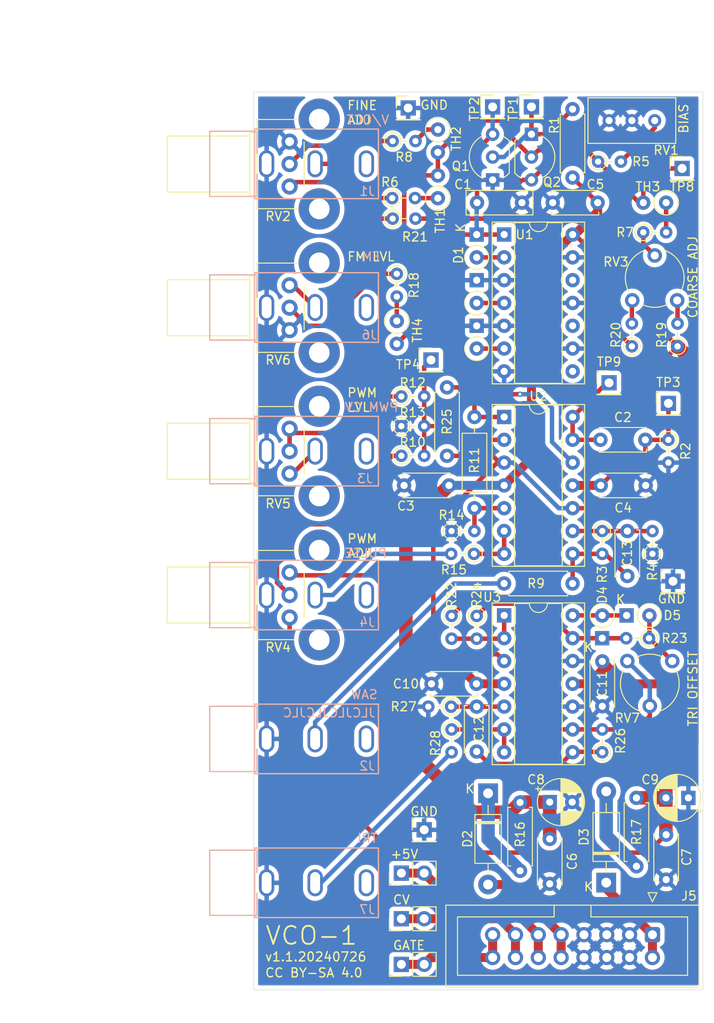
<source format=kicad_pcb>
(kicad_pcb (version 20240108) (generator "pcbnew") (generator_version "8.0")
  (layers (0 "F.Cu" signal) (31 "B.Cu" signal) (34 "B.Paste" user) (35 "F.Paste" user) (36 "B.SilkS" user "B.Silkscreen") (37 "F.SilkS" user "F.Silkscreen") (38 "B.Mask" user) (39 "F.Mask" user) (44 "Edge.Cuts" user))
  (net 0 "")
  (net 1 "GND")
  (net 2 "/OOSC")
  (net 3 "Net-(U2A--)")
  (net 4 "Net-(U2B-+)")
  (net 5 "+12V")
  (net 6 "-12V")
  (net 7 "Net-(C12-Pad1)")
  (net 8 "Net-(D1-A)")
  (net 9 "Net-(D4-A)")
  (net 10 "Net-(D4-K)")
  (net 11 "Net-(D5-A)")
  (net 12 "/CB")
  (net 13 "/VIN")
  (net 14 "Net-(C13-Pad2)")
  (net 15 "Net-(U2B--)")
  (net 16 "Net-(R5-Pad2)")
  (net 17 "Net-(J1-PadT)")
  (net 18 "Net-(R6-Pad2)")
  (net 19 "Net-(R7-Pad2)")
  (net 20 "Net-(R7-Pad1)")
  (net 21 "Net-(R8-Pad1)")
  (net 22 "Net-(R8-Pad2)")
  (net 23 "Net-(J2-PadT)")
  (net 24 "Net-(U2D--)")
  (net 25 "Net-(R10-Pad1)")
  (net 26 "Net-(U2A-+)")
  (net 27 "Net-(R11-Pad1)")
  (net 28 "Net-(R12-Pad1)")
  (net 29 "Net-(U2C--)")
  (net 30 "Net-(J4-PadT)")
  (net 31 "Net-(J6-PadT)")
  (net 32 "Net-(R18-Pad2)")
  (net 33 "Net-(R19-Pad2)")
  (net 34 "Net-(R20-Pad2)")
  (net 35 "Net-(R21-Pad1)")
  (net 36 "Net-(U3A--)")
  (net 37 "Net-(J7-PadT)")
  (net 38 "Net-(R18-Pad1)")
  (net 42 "Net-(J3-PadT)")
  (net 49 "/12V_BUS")
  (net 50 "/-12V_BUS")
  (net 51 "/5V_BUS")
  (net 52 "/GATE_BUS")
  (net 53 "/CV_BUS")
  (net 54 "Net-(D2-K)")
  (net 55 "Net-(D3-A)")
  (net 56 "Net-(U3B-+)")
  (net 57 "Net-(U3B--)")
  (net 58 "Net-(U3C--)")
  (net 59 "Net-(D6-A)")
  (net 60 "Net-(D7-A)")
  (footprint "Capacitor_THT:C_Disc_D5.0mm_W2.5mm_P5.00mm" (layer "F.Cu") (at 194.818 113.458 90)
    (property "Reference" "C12")
    (property "Value" "1u")
  )
  (footprint "Package_DIP:DIP-14_W7.62mm_Socket" (layer "F.Cu") (at 197.876 98.293)
    (property "Reference" "U3")
    (property "Value" "TL074")
  )
  (footprint "Capacitor_THT:C_Disc_D5.0mm_W2.5mm_P5.00mm" (layer "F.Cu") (at 194.788 105.913 180)
    (property "Reference" "C10")
    (property "Value" "100n")
  )
  (footprint "Connector_PinHeader_2.54mm:PinHeader_1x01_P2.54mm_Vertical" (layer "F.Cu") (at 187.198 41.783)
    (property "Reference" "TP5" (hide yes))
    (property "Value" "TestPoint")
  )
  (footprint "Potentiometer_Custom:Potentiometer_Bourns_PTV09A-2_Single_Horizontal_3D" (layer "F.Cu") (at 174 93.525 180)
    (property "Reference" "RV4")
    (property "Value" "100k")
  )
  (footprint "Capacitor_THT:C_Disc_D5.0mm_W2.5mm_P5.00mm" (layer "F.Cu") (at 208.28 52.324 180)
    (property "Reference" "C5")
    (property "Value" "100n")
  )
  (footprint "Connector_PinHeader_2.54mm:PinHeader_1x01_P2.54mm_Vertical" (layer "F.Cu") (at 217.678 48.514)
    (property "Reference" "TP8")
    (property "Value" "TestPoint")
  )
  (footprint "Capacitor_THT:C_Disc_D5.0mm_W2.5mm_P5.00mm" (layer "F.Cu") (at 211.582 88.9 -90)
    (property "Reference" "C13")
    (property "Value" "22p")
  )
  (footprint "Resistor_THT:R_Axial_DIN0207_L6.3mm_D2.5mm_P7.62mm_Horizontal" (layer "F.Cu") (at 212.598 118.618 -90)
    (property "Reference" "R17")
    (property "Value" "10R")
  )
  (footprint "Potentiometer_Custom:Potentiometer_Bourns_PTV09A-2_Single_Horizontal_3D" (layer "F.Cu") (at 174 77.5 180)
    (property "Reference" "RV5")
    (property "Value" "250k")
  )
  (footprint "Diode_THT:D_DO-35_SOD27_P2.54mm_Vertical_KathodeUp" (layer "F.Cu") (at 194.818 55.88 -90)
    (property "Reference" "D1")
    (property "Value" "1N4148")
  )
  (footprint "Potentiometer_THT:Potentiometer_Bourns_3296W_Vertical" (layer "F.Cu") (at 214.63 43.18)
    (property "Reference" "RV1")
    (property "Value" "2k")
  )
  (footprint "Potentiometer_THT:Potentiometer_Piher_PT-6-V_Vertical" (layer "F.Cu") (at 217.13 63.206 90)
    (property "Reference" "RV3")
    (property "Value" "100k")
  )
  (footprint "Resistor_THT:R_Axial_DIN0207_L6.3mm_D2.5mm_P7.62mm_Horizontal" (layer "F.Cu") (at 205.486 49.53 90)
    (property "Reference" "R1")
    (property "Value" "1M")
  )
  (footprint "Connector_IDC:IDC-Header_2x08_P2.54mm_Vertical" (layer "F.Cu") (at 214.376 133.858 -90)
    (property "Reference" "J5")
    (property "Value" "Conn_02x08_Odd_Even")
  )
  (footprint "Capacitor_THT:CP_Radial_D5.0mm_P2.50mm" (layer "F.Cu") (at 218.375113 118.618 180)
    (property "Reference" "C9")
    (property "Value" "47u")
  )
  (footprint "Capacitor_THT:C_Disc_D5.0mm_W2.5mm_P5.00mm" (layer "F.Cu") (at 213.624 83.815 180)
    (property "Reference" "C4")
    (property "Value" "100n")
  )
  (footprint "Resistor_THT:R_Axial_DIN0207_L6.3mm_D2.5mm_P7.62mm_Horizontal" (layer "F.Cu") (at 205.486 94.742 180)
    (property "Reference" "R9")
    (property "Value" "1K")
  )
  (footprint "Connector_PinHeader_2.54mm:PinHeader_1x02_P2.54mm_Vertical" (layer "F.Cu") (at 186.436 137.16 90)
    (property "Reference" "J8" (hide yes))
    (property "Value" "Conn_01x02_Pin")
  )
  (footprint "Resistor_THT:R_Axial_DIN0207_L6.3mm_D2.5mm_P2.54mm_Vertical" (layer "F.Cu") (at 185.928 65.503 -90)
    (property "Reference" "TH4")
    (property "Value" "10k")
  )
  (footprint "Resistor_THT:R_Axial_DIN0204_L3.6mm_D1.6mm_P2.54mm_Vertical" (layer "F.Cu") (at 185.47 45.466)
    (property "Reference" "R8")
    (property "Value" "1M")
  )
  (footprint "Capacitor_THT:C_Disc_D5.0mm_W2.5mm_P5.00mm" (layer "F.Cu") (at 191.74 83.815 180)
    (property "Reference" "C3")
    (property "Value" "100n")
  )
  (footprint "Resistor_THT:R_Axial_DIN0204_L3.6mm_D1.6mm_P2.54mm_Vertical" (layer "F.Cu") (at 186.436 77.211)
    (property "Reference" "R13")
    (property "Value" "14k")
  )
  (footprint "Resistor_THT:R_Axial_DIN0204_L3.6mm_D1.6mm_P2.54mm_Vertical" (layer "F.Cu") (at 192.024 110.998 -90)
    (property "Reference" "R28")
    (property "Value" "1K")
  )
  (footprint "Package_DIP:DIP-14_W7.62mm_Socket" (layer "F.Cu") (at 197.876 55.875)
    (property "Reference" "U1")
    (property "Value" "40106")
  )
  (footprint "Capacitor_THT:CP_Radial_D5.0mm_P2.50mm" (layer "F.Cu") (at 202.946 119.086)
    (property "Reference" "C8")
    (property "Value" "47u")
  )
  (footprint "Diode_THT:D_DO-41_SOD81_P10.16mm_Horizontal" (layer "F.Cu") (at 196.088 118.11 -90)
    (property "Reference" "D2")
    (property "Value" "SB160")
  )
  (footprint "Diode_THT:D_DO-35_SOD27_P2.54mm_Vertical_KathodeUp" (layer "F.Cu") (at 208.788 100.838 90)
    (property "Reference" "D4")
    (property "Value" "1N4148")
  )
  (footprint "Resistor_THT:R_Axial_DIN0204_L3.6mm_D1.6mm_P2.54mm_Vertical" (layer "F.Cu") (at 192.024 88.9)
    (property "Reference" "R14")
    (property "Value" "82k")
  )
  (footprint "Resistor_THT:R_Axial_DIN0204_L3.6mm_D1.6mm_P2.54mm_Vertical" (layer "F.Cu") (at 185.928 60.248 -90)
    (property "Reference" "R18")
    (property "Value" "100k")
  )
  (footprint "Resistor_THT:R_Axial_DIN0204_L3.6mm_D1.6mm_P2.54mm_Vertical" (layer "F.Cu") (at 217.17 68.326 90)
    (property "Reference" "R19")
    (property "Value" "33K")
  )
  (footprint "Diode_THT:D_DO-41_SOD81_P10.16mm_Horizontal" (layer "F.Cu") (at 209.231113 128.056 90)
    (property "Reference" "D3")
    (property "Value" "SB160")
  )
  (footprint "Diode_THT:D_DO-35_SOD27_P2.54mm_Vertical_KathodeUp" (layer "F.Cu") (at 194.818 66.04 -90)
    (property "Reference" "D7" (hide yes))
    (property "Value" "1N4148")
  )
  (footprint "Resistor_THT:R_Axial_DIN0204_L3.6mm_D1.6mm_P2.54mm_Vertical" (layer "F.Cu") (at 212.09 68.326 90)
    (property "Reference" "R20")
    (property "Value" "100K")
  )
  (footprint "Capacitor_THT:C_Disc_D5.0mm_W2.5mm_P5.00mm" (layer "F.Cu") (at 208.798 108.418 90)
    (property "Reference" "C11")
    (property "Value" "100n")
  )
  (footprint "Resistor_THT:R_Axial_DIN0204_L3.6mm_D1.6mm_P2.54mm_Vertical" (layer "F.Cu") (at 194.514 91.44 180)
    (property "Reference" "R15")
    (property "Value" "1K")
  )
  (footprint "Potentiometer_THT:Potentiometer_Piher_PT-6-V_Vertical" (layer "F.Cu") (at 211.582 103.378 -90)
    (property "Reference" "RV7")
    (property "Value" "10k")
  )
  (footprint "Resistor_THT:R_Axial_DIN0204_L3.6mm_D1.6mm_P2.54mm_Vertical" (layer "F.Cu") (at 213.992 100.838 180)
    (property "Reference" "R23")
    (property "Value" "10k")
  )
  (footprint "Resistor_THT:R_Axial_DIN0207_L6.3mm_D2.5mm_P2.54mm_Vertical" (layer "F.Cu") (at 190.5 51.8305 90)
    (property "Reference" "TH1")
    (property "Value" "10k")
  )
  (footprint "Capacitor_THT:C_Rect_L7.2mm_W2.5mm_P5.00mm_FKS2_FKP2_MKS2_MKP2" (layer "F.Cu") (at 194.858 52.324)
    (property "Reference" "C1")
    (property "Value" "2n2")
  )
  (footprint "Package_TO_SOT_THT:TO-92_Inline_Wide" (layer "F.Cu") (at 196.596 49.784 90)
    (property "Reference" "Q1")
    (property "Value" "2N3904")
  )
  (footprint "Connector_PinHeader_2.54mm:PinHeader_1x02_P2.54mm_Vertical" (layer "F.Cu") (at 186.436 127 90)
    (property "Reference" "J10" (hide yes))
    (property "Value" "Conn_01x02_Pin")
  )
  (footprint "Resistor_THT:R_Axial_DIN0204_L3.6mm_D1.6mm_P2.54mm_Vertical" (layer "F.Cu") (at 208.788 113.538 90)
    (property "Reference" "R26")
    (property "Value" "68k")
  )
  (footprint "Package_DIP:DIP-14_W7.62mm_Socket" (layer "F.Cu") (at 197.876 76.195)
    (property "Reference" "U2")
    (property "Value" "TL074")
  )
  (footprint "Resistor_THT:R_Axial_DIN0207_L6.3mm_D2.5mm_P2.54mm_Vertical" (layer "F.Cu") (at 190.5 44.1815 -90)
    (property "Reference" "TH2")
    (property "Value" "10k")
  )
  (footprint "Connector_PinHeader_2.54mm:PinHeader_1x02_P2.54mm_Vertical" (layer "F.Cu") (at 186.436 132.08 90)
    (property "Reference" "J9" (hide yes))
    (property "Value" "Conn_01x02_Pin")
  )
  (footprint "Resistor_THT:R_Axial_DIN0204_L3.6mm_D1.6mm_P2.54mm_Vertical" (layer "F.Cu") (at 208.33 47.752)
    (property "Reference" "R5")
    (property "Value" "1k5")
  )
  (footprint "Resistor_THT:R_Axial_DIN0204_L3.6mm_D1.6mm_P2.54mm_Vertical" (layer "F.Cu") (at 214.376 91.44 90)
    (property "Reference" "R4")
    (property "Value" "47k")
  )
  (footprint "Capacitor_THT:C_Disc_D5.0mm_W2.5mm_P5.00mm" (layer "F.Cu") (at 215.9 127.722 90)
    (property "Reference" "C7")
    (property "Value" "100n")
  )
  (footprint "Resistor_THT:R_Axial_DIN0204_L3.6mm_D1.6mm_P2.54mm_Vertical" (layer "F.Cu") (at 213.36 55.626)
    (property "Reference" "R7")
    (property "Value" "100k")
  )
  (footprint "Diode_THT:D_DO-35_SOD27_P2.54mm_Vertical_KathodeUp" (layer "F.Cu") (at 194.818 60.96 -90)
    (property "Reference" "D6" (hide yes))
    (property "Value" "1N4148")
  )
  (footprint "Connector_PinHeader_2.54mm:PinHeader_1x01_P2.54mm_Vertical" (layer "F.Cu") (at 216.154 74.676)
    (property "Reference" "TP3")
    (property "Value" "TestPoint")
  )
  (footprint "Connector_PinHeader_2.54mm:PinHeader_1x01_P2.54mm_Vertical" (layer "F.Cu") (at 189.738 69.85)
    (property "Reference" "TP4")
    (property "Value" "TestPoint")
  )
  (footprint "Resistor_THT:R_Axial_DIN0204_L3.6mm_D1.6mm_P2.54mm_Vertical" (layer "F.Cu") (at 185.42 51.816)
    (property "Reference" "R6")
    (property "Value" "100k")
  )
  (footprint "Package_TO_SOT_THT:TO-92_Inline_Wide" (layer "F.Cu") (at 200.914 44.704 -90)
    (property "Reference" "Q2")
    (property "Value" "2N3906")
  )
  (footprint "Connector_PinHeader_2.54mm:PinHeader_1x01_P2.54mm_Vertical" (layer "F.Cu") (at 196.596 41.656)
    (property "Reference" "TP2")
    (property "Value" "TestPoint")
  )
  (footprint "Resistor_THT:R_Axial_DIN0204_L3.6mm_D1.6mm_P2.54mm_Vertical" (layer "F.Cu") (at 186.436 80.513)
    (property "Reference" "R10")
    (property "Value" "100k")
  )
  (footprint "Resistor_THT:R_Axial_DIN0207_L6.3mm_D2.5mm_P7.62mm_Horizontal" (layer "F.Cu") (at 191.516 80.518 90)
    (property "Reference" "R25")
    (property "Value" "1M")
  )
  (footprint "Connector_PinHeader_2.54mm:PinHeader_1x01_P2.54mm_Vertical" (layer "F.Cu") (at 200.914 41.656)
    (property "Reference" "TP1")
    (property "Value" "TestPoint")
  )
  (footprint "Resistor_THT:R_Axial_DIN0204_L3.6mm_D1.6mm_P2.54mm_Vertical" (layer "F.Cu") (at 186.436 73.909)
    (property "Reference" "R12")
    (property "Value" "68k")
  )
  (footprint "Resistor_THT:R_Axial_DIN0204_L3.6mm_D1.6mm_P2.54mm_Vertical" (layer "F.Cu") (at 191.974 108.458 180)
    (property "Reference" "R27")
    (property "Value" "100k")
  )
  (footprint "Resistor_THT:R_Axial_DIN0204_L3.6mm_D1.6mm_P2.54mm_Vertical" (layer "F.Cu") (at 192.024 98.348 -90)
    (property "Reference" "R22")
    (property "Value" "10k")
  )
  (footprint "Potentiometer_Custom:Potentiometer_Bourns_PTV09A-2_Single_Horizontal_3D" (layer "F.Cu") (at 174 61.525 180)
    (property "Reference" "RV6")
    (property "Value" "100k")
  )
  (footprint "Resistor_THT:R_Axial_DIN0204_L3.6mm_D1.6mm_P2.54mm_Vertical" (layer "F.Cu") (at 208.788 88.9 -90)
    (property "Reference" "R3")
    (property "Value" "100k")
  )
  (footprint "Resistor_THT:R_Axial_DIN0207_L6.3mm_D2.5mm_P2.54mm_Vertical" (layer "F.Cu") (at 215.9 52.324 180)
    (property "Reference" "TH3")
    (property "Value" "10k")
  )
  (footprint "Connector_PinHeader_2.54mm:PinHeader_1x01_P2.54mm_Vertical" (layer "F.Cu") (at 209.55 72.39)
    (property "Reference" "TP9")
    (property "Value" "TestPoint")
  )
  (footprint "Diode_THT:D_DO-35_SOD27_P2.54mm_Vertical_KathodeUp" (layer "F.Cu") (at 211.502 98.298)
    (property "Reference" "D5")
    (property "Value" "1N4148")
  )
  (footprint "Connector_PinHeader_2.54mm:PinHeader_1x01_P2.54mm_Vertical" (layer "F.Cu") (at 216.662 94.488)
    (property "Reference" "TP6" (hide yes))
    (property "Value" "TestPoint")
  )
  (footprint "Resistor_THT:R_Axial_DIN0207_L6.3mm_D2.5mm_P7.62mm_Horizontal" (layer "F.Cu") (at 199.644 126.746 90)
    (property "Reference" "R16")
    (property "Value" "10R")
  )
  (footprint "Potentiometer_Custom:Potentiometer_Bourns_PTV09A-2_Single_Horizontal_3D" (layer "F.Cu") (at 174 45.525 180)
    (property "Reference" "RV2")
    (property "Value" "100k")
  )
  (footprint "Resistor_THT:R_Axial_DIN0207_L6.3mm_D2.5mm_P10.16mm_Horizontal" (layer "F.Cu") (at 194.574 76.195 -90)
    (property "Reference" "R11")
    (property "Value" "100k")
  )
  (footprint "Connector_PinHeader_2.54mm:PinHeader_1x01_P2.54mm_Vertical" (layer "F.Cu") (at 188.976 122.174)
    (property "Reference" "TP7" (hide yes))
    (property "Value" "TestPoint")
  )
  (footprint "Capacitor_THT:C_Disc_D5.0mm_W2.5mm_P5.00mm" (layer "F.Cu") (at 202.946 123.19 -90)
    (property "Reference" "C6")
    (property "Value" "100n")
  )
  (footprint "Resistor_THT:R_Axial_DIN0204_L3.6mm_D1.6mm_P2.54mm_Vertical" (layer "F.Cu") (at 194.818 98.348 -90)
    (property "Reference" "R24")
    (property "Value" "10k")
  )
  (footprint "Capacitor_THT:C_Disc_D5.0mm_W2.5mm_P5.00mm" (layer "F.Cu") (at 208.584 78.735)
    (property "Reference" "C2")
    (property "Value" "1u")
  )
  (footprint "Resistor_THT:R_Axial_DIN0204_L3.6mm_D1.6mm_P2.54mm_Vertical" (layer "F.Cu") (at 185.47 54.102)
    (property "Reference" "R21")
    (property "Value" "100K")
  )
  (footprint "Resistor_THT:R_Axial_DIN0204_L3.6mm_D1.6mm_P2.54mm_Vertical" (layer "F.Cu") (at 216.154 78.74 -90)
    (property "Reference" "R2")
    (property "Value" "100k")
  )
  (footprint "Connector_Audio_Custom:CONN_MJ-3502" (layer "B.Cu") (at 177 80 -90)
    (property "Reference" "J3")
    (property "Value" "AudioJack2_SwitchT")
  )
  (footprint "Connector_Audio_Custom:CONN_MJ-3502" (layer "B.Cu") (at 177 48 -90)
    (property "Reference" "J1")
    (property "Value" "AudioJack2_SwitchT")
  )
  (footprint "Connector_Audio_Custom:CONN_MJ-3502" (layer "B.Cu") (at 177 128.075 -90)
    (property "Reference" "J7")
    (property "Value" "AudioJack2_SwitchT")
  )
  (footprint "Connector_Audio_Custom:CONN_MJ-3502" (layer "B.Cu") (at 177 96.025 -90)
    (property "Reference" "J4")
    (property "Value" "AudioJack2_SwitchT")
  )
  (footprint "Connector_Audio_Custom:CONN_MJ-3502" (layer "B.Cu") (at 177 64 -90)
    (property "Reference" "J6")
    (property "Value" "AudioJack2_SwitchT")
  )
  (footprint "Connector_Audio_Custom:CONN_MJ-3502" (layer "B.Cu") (at 177 112.05 -90)
    (property "Reference" "J2")
    (property "Value" "AudioJack2_SwitchT")
  )
  (gr_line (start 170 40) (end 170 140) (stroke (width 0.05)) (layer "Edge.Cuts"))
  (gr_line (start 220 140) (end 220 40) (stroke (width 0.05)) (layer "Edge.Cuts"))
  (gr_line (start 170 140) (end 220 140) (stroke (width 0.05)) (layer "Edge.Cuts"))
  (gr_line (start 220 40) (end 170 40) (stroke (width 0.05)) (layer "Edge.Cuts"))
  (gr_text "JLCJLCJLCJLC" (at 183.642 109.728 0) (layer "B.SilkS") (effects (font (size 1 1)) (justify left bottom mirror)))
  (gr_text "PWM CV" (at 186.182 75.692 0) (layer "B.SilkS") (effects (font (size 1 1)) (justify left bottom mirror)))
  (gr_text "SAW" (at 183.8834 107.696 0) (layer "B.SilkS") (effects (font (size 1 1)) (justify left bottom mirror)))
  (gr_text "V/OCT" (at 185.166 43.688 0) (layer "B.SilkS") (effects (font (size 1 1)) (justify left bottom mirror)))
  (gr_text "TRI" (at 183.8834 123.698 0) (layer "B.SilkS") (effects (font (size 1 1)) (justify left bottom mirror)))
  (gr_text "PULSE" (at 184.912 91.948 0) (layer "B.SilkS") (effects (font (size 1 1)) (justify left bottom mirror)))
  (gr_text "FM" (at 184.15 58.928 0) (layer "B.SilkS") (effects (font (size 1 1)) (justify left bottom mirror)))
  (gr_text "PWM\nLVL" (at 180.34 75.692 0) (layer "F.SilkS") (effects (font (size 1 1)) (justify left bottom)))
  (gr_text "CC BY-SA 4.0" (at 171.196 138.684 0) (layer "F.SilkS") (effects (font (size 1 1)) (justify left bottom)))
  (gr_text "TRI OFFSET" (at 219.456 110.744 90) (layer "F.SilkS") (effects (font (size 1 1)) (justify left bottom)))
  (gr_text "+5V" (at 185.166 125.476 0) (layer "F.SilkS") (effects (font (size 1 1)) (justify left bottom)))
  (gr_text "v1.1.20240726" (at 171.196 136.906 0) (layer "F.SilkS") (effects (font (size 1 1)) (justify left bottom)))
  (gr_text "GND" (at 188.976 120.142 0) (layer "F.SilkS") (effects (font (size 1 1))))
  (gr_text "COARSE ADJ" (at 219.456 65.278 90) (layer "F.SilkS") (effects (font (size 1 1)) (justify left bottom)))
  (gr_text "FINE\nADJ" (at 180.34 43.688 0) (layer "F.SilkS") (effects (font (size 1 1)) (justify left bottom)))
  (gr_text "GND" (at 214.884 97.028 0) (layer "F.SilkS") (effects (font (size 1 1)) (justify left bottom)))
  (gr_text "FM LVL\n" (at 180.34 58.928 0) (layer "F.SilkS") (effects (font (size 1 1)) (justify left bottom)))
  (gr_text "GND" (at 188.468 42.037 0) (layer "F.SilkS") (effects (font (size 1 1)) (justify left bottom)))
  (gr_text "PWM\nADJ" (at 180.34 91.948 0) (layer "F.SilkS") (effects (font (size 1 1)) (justify left bottom)))
  (gr_text "CV" (at 185.42 130.556 0) (layer "F.SilkS") (effects (font (size 1 1)) (justify left bottom)))
  (gr_text "VCO-1" (at 171.196 135.128 0) (layer "F.SilkS") (effects (font (size 2 2) (thickness 0.2)) (justify left bottom)))
  (gr_text "GATE" (at 185.42 135.636 0) (layer "F.SilkS") (effects (font (size 1 1)) (justify left bottom)))
  (gr_text "BIAS" (at 218.44 44.704 90) (layer "F.SilkS") (effects (font (size 1 1)) (justify left bottom)))
  (segment (start 194.818 60.96) (end 198.12 60.96) (width 0.5) (layer "F.Cu") (net 1))
  (segment (start 194.818 66.04) (end 198.12 66.04) (width 0.5) (layer "F.Cu") (net 1))
  (segment (start 198.115 66.035) (end 198.12 66.04) (width 0.5) (layer "F.Cu") (net 1))
  (segment (start 196.342 73.66) (end 199.644 73.66) (width 0.5) (layer "F.Cu") (net 2))
  (segment (start 192.278 69.596) (end 196.342 73.66) (width 0.5) (layer "F.Cu") (net 2))
  (segment (start 196.596 44.704) (end 194.858 46.442) (width 0.5) (layer "F.Cu") (net 2))
  (segment (start 194.818 55.88) (end 193.294 55.88) (width 0.5) (layer "F.Cu") (net 2))
  (segment (start 193.294 55.88) (end 192.278 56.896) (width 0.5) (layer "F.Cu") (net 2))
  (segment (start 192.278 56.896) (end 192.278 69.596) (width 0.5) (layer "F.Cu") (net 2))
  (segment (start 194.818 52.364) (end 194.858 52.324) (width 0.5) (layer "F.Cu") (net 2))
  (segment (start 198.12 55.88) (end 194.818 55.88) (width 0.5) (layer "F.Cu") (net 2))
  (segment (start 194.858 46.442) (end 194.858 52.324) (width 0.5) (layer "F.Cu") (net 2))
  (via (at 199.644 73.66) (size 0.6) (drill 0.3) (layers "F.Cu" "B.Cu") (net 2))
  (segment (start 203.2 75.184) (end 203.2 78.979) (width 0.5) (layer "B.Cu") (net 2))
  (segment (start 201.676 73.66) (end 203.2 75.184) (width 0.5) (layer "B.Cu") (net 2))
  (segment (start 194.818 55.88) (end 194.818 52.364) (width 0.5) (layer "B.Cu") (net 2))
  (segment (start 199.644 73.66) (end 201.676 73.66) (width 0.5) (layer "B.Cu") (net 2))
  (segment (start 203.2 78.979) (end 205.496 81.275) (width 0.5) (layer "B.Cu") (net 2))
  (segment (start 196.596 41.91) (end 196.596 44.704) (width 0.5) (layer "B.Cu") (net 2))
  (segment (start 191.765 77.211) (end 193.289 78.735) (width 0.5) (layer "F.Cu") (net 3))
  (segment (start 188.976 70.612) (end 188.976 73.909) (width 0.5) (layer "F.Cu") (net 3))
  (segment (start 193.289 78.735) (end 197.876 78.735) (width 0.5) (layer "F.Cu") (net 3))
  (segment (start 188.976 73.909) (end 188.976 77.211) (width 0.5) (layer "F.Cu") (net 3))
  (segment (start 188.976 77.211) (end 191.765 77.211) (width 0.5) (layer "F.Cu") (net 3))
  (segment (start 188.976 80.513) (end 188.976 77.211) (width 0.5) (layer "F.Cu") (net 3))
  (segment (start 189.738 69.85) (end 188.976 70.612) (width 0.5) (layer "F.Cu") (net 3))
  (segment (start 194.574 88.89) (end 194.564 88.9) (width 0.5) (layer "F.Cu") (net 4))
  (segment (start 194.574 86.355) (end 194.574 88.89) (width 0.5) (layer "F.Cu") (net 4))
  (segment (start 194.574 86.355) (end 197.876 86.355) (width 0.5) (layer "F.Cu") (net 4))
  (segment (start 205.74 55.88) (end 209.55 59.69) (width 0.5) (layer "F.Cu") (net 5))
  (segment (start 208.28 53.34) (end 205.74 55.88) (width 1) (layer "F.Cu") (net 5))
  (segment (start 194.382 120.214) (end 186.944 112.776) (width 1.5) (layer "F.Cu") (net 5))
  (segment (start 186.944 93.726) (end 186.944 88.611) (width 1.5) (layer "F.Cu") (net 5))
  (segment (start 199.684 119.086) (end 199.644 119.126) (width 1.5) (layer "F.Cu") (net 5))
  (segment (start 186.944 103.378) (end 186.944 93.726) (width 1.5) (layer "F.Cu") (net 5))
  (segment (start 198.556 120.214) (end 194.382 120.214) (width 1.5) (layer "F.Cu") (net 5))
  (segment (start 197.876 105.913) (end 194.788 105.913) (width 1) (layer "F.Cu") (net 5))
  (segment (start 174.304 93.829) (end 186.841 93.829) (width 0.5) (layer "F.Cu") (net 5))
  (segment (start 209.55 65.786) (end 212.09 68.326) (width 0.5) (layer "F.Cu") (net 5))
  (segment (start 202.946 119.086) (end 199.684 119.086) (width 1.5) (layer "F.Cu") (net 5))
  (segment (start 208.28 52.324) (end 208.28 53.34) (width 1) (layer "F.Cu") (net 5))
  (segment (start 197.876 83.815) (end 200.914 80.777) (width 1) (layer "F.Cu") (net 5))
  (segment (start 202.946 123.19) (end 202.946 119.086) (width 1.5) (layer "F.Cu") (net 5))
  (segment (start 186.944 112.776) (end 186.944 103.378) (width 1.5) (layer "F.Cu") (net 5))
  (segment (start 209.55 59.69) (end 209.55 65.786) (width 0.5) (layer "F.Cu") (net 5))
  (segment (start 186.841 93.829) (end 186.944 93.726) (width 0.5) (layer "F.Cu") (net 5))
  (segment (start 200.914 60.457) (end 205.496 55.875) (width 1) (layer "F.Cu") (net 5))
  (segment (start 186.944 88.611) (end 191.74 83.815) (width 1.5) (layer "F.Cu") (net 5))
  (segment (start 192.761 103.886) (end 187.452 103.886) (width 1) (layer "F.Cu") (net 5))
  (segment (start 200.914 80.777) (end 200.914 60.457) (width 1) (layer "F.Cu") (net 5))
  (segment (start 199.644 119.126) (end 198.556 120.214) (width 1.5) (layer "F.Cu") (net 5))
  (segment (start 205.486 49.53) (end 208.28 52.324) (width 0.5) (layer "F.Cu") (net 5))
  (segment (start 174 93.525) (end 174.304 93.829) (width 0.5) (layer "F.Cu") (net 5))
  (segment (start 187.452 103.886) (end 186.944 103.378) (width 1) (layer "F.Cu") (net 5))
  (segment (start 194.788 105.913) (end 192.761 103.886) (width 1) (layer "F.Cu") (net 5))
  (segment (start 191.74 83.815) (end 197.876 83.815) (width 1) (layer "B.Cu") (net 5))
  (segment (start 210.322 104.942) (end 210.352 104.942) (width 1) (layer "F.Cu") (net 6))
  (segment (start 218.75 112.466) (end 218.75 105.918) (width 1.5) (layer "F.Cu") (net 6))
  (segment (start 215.875113 118.618) (end 215.875113 122.697113) (width 1.5) (layer "F.Cu") (net 6))
  (segment (start 188.01 54.102) (end 195.58 54.102) (width 0.5) (layer "F.Cu") (net 6))
  (segment (start 212.598 118.618) (end 215.875113 118.618) (width 1.5) (layer "F.Cu") (net 6))
  (segment (start 202.946 47.752) (end 206.248 47.752) (width 0.5) (layer "F.Cu") (net 6))
  (segment (start 210.352 104.942) (end 211.328 105.918) (width 1) (layer "F.Cu") (net 6))
  (segment (start 208.798 103.418) (end 210.322 104.942) (width 1) (layer "F.Cu") (net 6))
  (segment (start 214.63 65.786) (end 217.17 68.326) (width 0.5) (layer "F.Cu") (net 6))
  (segment (start 211.328 74.168) (end 217.17 68.326) (width 0.5) (layer "F.Cu") (net 6))
  (segment (start 211.328 59.436) (end 214.63 62.738) (width 0.5) (layer "F.Cu") (net 6))
  (segment (start 199.898 49.784) (end 200.914 49.784) (width 0.5) (layer "F.Cu") (net 6))
  (segment (start 185.42 124.714) (end 213.858226 124.714) (width 0.5) (layer "F.Cu") (net 6))
  (segment (start 218.75 69.906) (end 217.17 68.326) (width 1.5) (layer "F.Cu") (net 6))
  (segment (start 211.328 52.832) (end 211.328 59.436) (width 0.5) (layer "F.Cu") (net 6))
  (segment (start 213.858226 124.714) (end 215.875113 122.697113) (width 0.5) (layer "F.Cu") (net 6))
  (segment (start 211.328 105.918) (end 218.75 105.918) (width 1) (layer "F.Cu") (net 6))
  (segment (start 215.875113 115.340887) (end 218.75 112.466) (width 1.5) (layer "F.Cu") (net 6))
  (segment (start 200.914 49.784) (end 202.946 47.752) (width 0.5) (layer "F.Cu") (net 6))
  (segment (start 218.75 105.918) (end 218.75 69.906) (width 1.5) (layer "F.Cu") (net 6))
  (segment (start 195.58 54.102) (end 199.898 49.784) (width 0.5) (layer "F.Cu") (net 6))
  (segment (start 211.328 81.111) (end 211.328 74.168) (width 0.5) (layer "F.Cu") (net 6))
  (segment (start 214.63 62.738) (end 214.63 65.786) (width 0.5) (layer "F.Cu") (net 6))
  (segment (start 208.624 83.815) (end 211.328 81.111) (width 0.5) (layer "F.Cu") (net 6))
  (segment (start 174 98.525) (end 174 113.294) (width 0.5) (layer "F.Cu") (net 6))
  (segment (start 207.269 105.913) (end 205.496 105.913) (width 1) (layer "F.Cu") (net 6))
  (segment (start 208.798 104.384) (end 207.269 105.913) (width 1) (layer "F.Cu") (net 6))
  (segment (start 208.798 103.418) (end 208.798 104.384) (width 1) (layer "F.Cu") (net 6))
  (segment (start 215.875113 118.618) (end 215.875113 115.340887) (width 1.5) (layer "F.Cu") (net 6))
  (segment (start 208.624 83.815) (end 205.496 83.815) (width 1) (layer "F.Cu") (net 6))
  (segment (start 174 113.294) (end 185.42 124.714) (width 0.5) (layer "F.Cu") (net 6))
  (segment (start 206.248 47.752) (end 211.328 52.832) (width 0.5) (layer "F.Cu") (net 6))
  (segment (start 215.875113 122.697113) (end 215.9 122.722) (width 1) (layer "F.Cu") (net 6))
  (segment (start 204.192 114.837) (end 205.496 113.533) (width 0.5) (layer "F.Cu") (net 7))
  (segment (start 205.755 113.792) (end 205.496 113.533) (width 0.5) (layer "F.Cu") (net 7))
  (segment (start 196.197 114.837) (end 204.192 114.837) (width 0.5) (layer "F.Cu") (net 7))
  (segment (start 205.541 113.488) (end 205.496 113.533) (width 0.5) (layer "F.Cu") (net 7))
  (segment (start 208.788 113.488) (end 205.541 113.488) (width 0.5) (layer "F.Cu") (net 7))
  (segment (start 194.818 113.458) (end 196.197 114.837) (width 0.5) (layer "F.Cu") (net 7))
  (segment (start 194.818 58.42) (end 198.12 58.42) (width 0.5) (layer "F.Cu") (net 8))
  (segment (start 208.783 98.293) (end 208.788 98.298) (width 0.5) (layer "F.Cu") (net 9))
  (segment (start 211.502 98.298) (end 208.788 98.298) (width 0.5) (layer "F.Cu") (net 9))
  (segment (start 205.496 98.293) (end 208.783 98.293) (width 0.5) (layer "F.Cu") (net 9))
  (segment (start 200.898 96.235) (end 205.496 100.833) (width 0.5) (layer "F.Cu") (net 10))
  (segment (start 205.501 100.838) (end 205.496 100.833) (width 0.5) (layer "F.Cu") (net 10))
  (segment (start 192.024 98.348) (end 194.137 96.235) (width 0.5) (layer "F.Cu") (net 10))
  (segment (start 208.788 100.838) (end 205.501 100.838) (width 0.5) (layer "F.Cu") (net 10))
  (segment (start 194.137 96.235) (end 200.898 96.235) (width 0.5) (layer "F.Cu") (net 10))
  (segment (start 211.452 100.838) (end 208.788 100.838) (width 0.5) (layer "F.Cu") (net 10))
  (segment (start 214.042 100.838) (end 216.582 103.378) (width 0.5) (layer "F.Cu") (net 11))
  (segment (start 213.992 100.838) (end 214.042 100.838) (width 0.5) (layer "F.Cu") (net 11))
  (segment (start 214.042 100.788) (end 213.992 100.838) (width 0.5) (layer "F.Cu") (net 11))
  (segment (start 214.042 98.298) (end 214.042 100.788) (width 0.5) (layer "F.Cu") (net 11))
  (segment (start 200.914 41.91) (end 200.914 44.704) (width 0.5) (layer "F.Cu") (net 12))
  (segment (start 202.692 44.704) (end 205.486 41.91) (width 0.5) (layer "F.Cu") (net 12))
  (segment (start 200.914 44.704) (end 202.692 44.704) (width 0.5) (layer "F.Cu") (net 12))
  (segment (start 200.406 44.704) (end 200.914 44.704) (width 0.5) (layer "B.Cu") (net 12))
  (segment (start 197.866 47.244) (end 200.406 44.704) (width 0.5) (layer "B.Cu") (net 12))
  (segment (start 196.596 47.244) (end 197.866 47.244) (width 0.5) (layer "B.Cu") (net 12))
  (segment (start 215.646 48.514) (end 217.678 48.514) (width 0.5) (layer "F.Cu") (net 13))
  (segment (start 208.33 47.752) (end 212.902 52.324) (width 0.5) (layer "F.Cu") (net 13))
  (segment (start 186.756 57.47) (end 186.756 50.48) (width 0.5) (layer "F.Cu") (net 13))
  (segment (start 190.5 49.2905) (end 190.5 46.7215) (width 0.5) (layer "F.Cu") (net 13))
  (segment (start 187.96 66.011) (end 187.96 58.674) (width 0.5) (layer "F.Cu") (net 13))
  (segment (start 198.628 44.958) (end 198.628 44.323) (width 0.5) (layer "F.Cu") (net 13))
  (segment (start 200.914 47.244) (end 198.628 44.958) (width 0.5) (layer "F.Cu") (net 13))
  (segment (start 185.928 68.043) (end 187.96 66.011) (width 0.5) (layer "F.Cu") (net 13))
  (segment (start 194.0415 43.18) (end 190.5 46.7215) (width 0.5) (layer "F.Cu") (net 13))
  (segment (start 207.06 46.482) (end 201.676 46.482) (width 0.5) (layer "F.Cu") (net 13))
  (segment (start 213.36 50.8) (end 215.646 48.514) (width 0.5) (layer "F.Cu") (net 13))
  (segment (start 213.36 52.324) (end 213.36 50.8) (width 0.5) (layer "F.Cu") (net 13))
  (segment (start 201.676 46.482) (end 200.914 47.244) (width 0.5) (layer "F.Cu") (net 13))
  (segment (start 208.33 47.752) (end 207.06 46.482) (width 0.5) (layer "F.Cu") (net 13))
  (segment (start 187.9455 49.2905) (end 190.5 49.2905) (width 0.5) (layer "F.Cu") (net 13))
  (segment (start 212.902 52.324) (end 213.36 52.324) (width 0.5) (layer "F.Cu") (net 13))
  (segment (start 186.756 50.48) (end 187.9455 49.2905) (width 0.5) (layer "F.Cu") (net 13))
  (segment (start 198.628 44.323) (end 197.485 43.18) (width 0.5) (layer "F.Cu") (net 13))
  (segment (start 187.96 58.674) (end 186.756 57.47) (width 0.5) (layer "F.Cu") (net 13))
  (segment (start 197.485 43.18) (end 194.0415 43.18) (width 0.5) (layer "F.Cu") (net 13))
  (segment (start 205.496 94.732) (end 205.486 94.742) (width 0.5) (layer "F.Cu") (net 14))
  (segment (start 205.496 91.435) (end 205.496 94.732) (width 0.5) (layer "F.Cu") (net 14))
  (segment (start 208.788 91.44) (end 209.122 91.44) (width 0.5) (layer "F.Cu") (net 14))
  (segment (start 205.501 91.44) (end 205.496 91.435) (width 0.5) (layer "F.Cu") (net 14))
  (segment (start 208.788 91.44) (end 205.501 91.44) (width 0.5) (layer "F.Cu") (net 14))
  (segment (start 209.122 91.44) (end 211.582 93.9) (width 0.5) (layer "F.Cu") (net 14))
  (segment (start 194.514 91.44) (end 197.871 91.44) (width 0.5) (layer "F.Cu") (net 15))
  (segment (start 197.876 88.895) (end 197.876 91.435) (width 0.5) (layer "F.Cu") (net 15))
  (segment (start 197.871 91.44) (end 197.876 91.435) (width 0.5) (layer "F.Cu") (net 15))
  (segment (start 214.63 43.992) (end 210.87 47.752) (width 0.5) (layer "F.Cu") (net 16))
  (segment (start 214.63 43.18) (end 214.63 43.992) (width 0.5) (layer "F.Cu") (net 16))
  (segment (start 176.844001 48) (end 179.318 48) (width 0.5) (layer "F.Cu") (net 17))
  (segment (start 183.134 51.816) (end 185.42 51.816) (width 0.5) (layer "F.Cu") (net 17))
  (segment (start 179.318 48) (end 183.134 51.816) (width 0.5) (layer "F.Cu") (net 17))
  (segment (start 190.4855 51.816) (end 190.5 51.8305) (width 0.5) (layer "F.Cu") (net 18))
  (segment (start 187.96 51.816) (end 190.4855 51.816) (width 0.5) (layer "F.Cu") (net 18))
  (segment (start 189.788 51.8305) (end 190.5 51.8305) (width 0.2) (layer "F.Cu") (net 18))
  (segment (start 215.9 52.324) (end 215.9 55.626) (width 0.5) (layer "F.Cu") (net 19))
  (segment (start 213.36 55.626) (end 213.36 56.936) (width 0.5) (layer "F.Cu") (net 20))
  (segment (start 213.36 56.936) (end 214.63 58.206) (width 0.5) (layer "F.Cu") (net 20))
  (segment (start 176.022 46.003) (end 176.022 45.974) (width 0.5) (layer "F.Cu") (net 21))
  (segment (start 174 48.025) (end 176.022 46.003) (width 0.5) (layer "F.Cu") (net 21))
  (segment (start 176.022 45.974) (end 181.102 45.974) (width 0.5) (layer "F.Cu") (net 21))
  (segment (start 181.102 45.974) (end 181.61 45.466) (width 0.5) (layer "F.Cu") (net 21))
  (segment (start 181.61 45.466) (end 185.47 45.466) (width 0.5) (layer "F.Cu") (net 21))
  (segment (start 189.2445 44.1815) (end 190.5 44.1815) (width 0.5) (layer "F.Cu") (net 22))
  (segment (start 189.992 44.1815) (end 190.5 44.1815) (width 0.2) (layer "F.Cu") (net 22))
  (segment (start 188.976 44.5) (end 188.976 44.45) (width 0.5) (layer "F.Cu") (net 22))
  (segment (start 188.01 45.466) (end 188.976 44.5) (width 0.5) (layer "F.Cu") (net 22))
  (segment (start 188.976 44.45) (end 189.2445 44.1815) (width 0.5) (layer "F.Cu") (net 22))
  (segment (start 197.866 94.742) (end 192.278 94.742) (width 0.5) (layer "B.Cu") (net 23))
  (segment (start 176.844001 110.175999) (end 176.844001 112.05) (width 0.5) (layer "B.Cu") (net 23))
  (segment (start 192.278 94.742) (end 176.844001 110.175999) (width 0.5) (layer "B.Cu") (net 23))
  (segment (start 205.496 76.195) (end 209.301 72.39) (width 0.5) (layer "F.Cu") (net 24))
  (segment (start 205.496 78.735) (end 205.496 76.195) (width 0.5) (layer "F.Cu") (net 24))
  (segment (start 209.301 72.39) (end 209.55 72.39) (width 0.5) (layer "F.Cu") (net 24))
  (segment (start 208.584 78.735) (end 205.496 78.735) (width 0.5) (layer "F.Cu") (net 24))
  (segment (start 172.596 94.621) (end 172.596 90.802) (width 0.5) (layer "F.Cu") (net 25))
  (segment (start 180.572865 88.138) (end 184.404 84.306865) (width 0.5) (layer "F.Cu") (net 25))
  (segment (start 175.26 88.138) (end 180.572865 88.138) (width 0.5) (layer "F.Cu") (net 25))
  (segment (start 184.404 81.534) (end 185.425 80.513) (width 0.5) (layer "F.Cu") (net 25))
  (segment (start 184.404 84.306865) (end 184.404 81.534) (width 0.5) (layer "F.Cu") (net 25))
  (segment (start 185.425 80.513) (end 186.436 80.513) (width 0.5) (layer "F.Cu") (net 25))
  (segment (start 172.596 90.802) (end 175.26 88.138) (width 0.5) (layer "F.Cu") (net 25))
  (segment (start 174 96.025) (end 172.596 94.621) (width 0.5) (layer "F.Cu") (net 25))
  (segment (start 216.154 78.74) (end 213.589 78.74) (width 0.5) (layer "F.Cu") (net 26))
  (segment (start 197.876 103.373) (end 197.119 102.616) (width 0.5) (layer "F.Cu") (net 26))
  (segment (start 189.992 101.346) (end 189.992 88.392) (width 0.5) (layer "F.Cu") (net 26))
  (segment (start 197.876 81.275) (end 197.358 81.275) (width 0.5) (layer "F.Cu") (net 26))
  (segment (start 213.584 78.735) (end 213.584 81.31) (width 0.5) (layer "F.Cu") (net 26))
  (segment (start 213.589 78.74) (end 213.584 78.735) (width 0.5) (layer "F.Cu") (net 26))
  (segment (start 197.109 81.275) (end 197.876 81.275) (width 0.5) (layer "F.Cu") (net 26))
  (segment (start 216.154 74.676) (end 216.154 78.74) (width 0.5) (layer "F.Cu") (net 26))
  (segment (start 191.262 102.616) (end 189.992 101.346) (width 0.5) (layer "F.Cu") (net 26))
  (segment (start 189.992 88.392) (end 197.109 81.275) (width 0.5) (layer "F.Cu") (net 26))
  (segment (start 213.584 81.31) (end 208.539 86.355) (width 0.5) (layer "F.Cu") (net 26))
  (segment (start 197.358 81.275) (end 196.601 80.518) (width 0.5) (layer "F.Cu") (net 26))
  (segment (start 196.601 80.518) (end 191.516 80.518) (width 0.5) (layer "F.Cu") (net 26))
  (segment (start 197.119 102.616) (end 191.262 102.616) (width 0.5) (layer "F.Cu") (net 26))
  (segment (start 208.539 86.355) (end 205.496 86.355) (width 0.5) (layer "F.Cu") (net 26))
  (segment (start 198.877 81.275) (end 203.957 86.355) (width 0.5) (layer "B.Cu") (net 26))
  (segment (start 203.957 86.355) (end 205.496 86.355) (width 0.5) (layer "B.Cu") (net 26))
  (segment (start 197.876 81.275) (end 198.877 81.275) (width 0.5) (layer "B.Cu") (net 26))
  (segment (start 191.516 72.898) (end 192.786 72.898) (width 0.5) (layer "F.Cu") (net 27))
  (segment (start 192.786 72.898) (end 194.574 74.686) (width 0.5) (layer "F.Cu") (net 27))
  (segment (start 194.574 76.195) (end 197.876 76.195) (width 0.5) (layer "F.Cu") (net 27))
  (segment (start 194.574 74.686) (end 194.574 76.195) (width 0.5) (layer "F.Cu") (net 27))
  (segment (start 174 77.5) (end 174.478 77.978) (width 0.5) (layer "F.Cu") (net 28))
  (segment (start 174 80) (end 174 77.5) (width 0.5) (layer "F.Cu") (net 28))
  (segment (start 174.478 77.978) (end 180.086 77.978) (width 0.5) (layer "F.Cu") (net 28))
  (segment (start 186.436 73.909) (end 184.155 73.909) (width 0.5) (layer "F.Cu") (net 28))
  (segment (start 180.086 77.978) (end 184.155 73.909) (width 0.5) (layer "F.Cu") (net 28))
  (segment (start 208.788 88.9) (end 211.582 88.9) (width 0.5) (layer "F.Cu") (net 29))
  (segment (start 211.582 88.9) (end 214.376 88.9) (width 0.5) (layer "F.Cu") (net 29))
  (segment (start 208.788 88.9) (end 205.501 88.9) (width 0.5) (layer "F.Cu") (net 29))
  (segment (start 205.501 88.9) (end 205.496 88.895) (width 0.5) (layer "F.Cu") (net 29))
  (segment (start 178.803 96.025) (end 176.844001 96.025) (width 0.5) (layer "B.Cu") (net 30))
  (segment (start 191.974 91.44) (end 183.388 91.44) (width 0.5) (layer "B.Cu") (net 30))
  (segment (start 183.388 91.44) (end 178.803 96.025) (width 0.5) (layer "B.Cu") (net 30))
  (segment (start 174 61.525) (end 174.369001 61.525) (width 0.5) (layer "F.Cu") (net 31))
  (segment (start 174.369001 61.525) (end 176.844001 64) (width 0.5) (layer "F.Cu") (net 31))
  (segment (start 185.928 65.503) (end 185.928 62.788) (width 0.5) (layer "F.Cu") (net 32))
  (segment (start 217.17 63.246) (end 217.13 63.206) (width 0.5) (layer "F.Cu") (net 33))
  (segment (start 217.17 65.786) (end 217.17 63.246) (width 0.5) (layer "F.Cu") (net 33))
  (segment (start 217.13 65.746) (end 217.17 65.786) (width 0.5) (layer "F.Cu") (net 33))
  (segment (start 212.09 65.786) (end 212.09 63.246) (width 0.5) (layer "F.Cu") (net 34))
  (segment (start 212.13 65.746) (end 212.09 65.786) (width 0.5) (layer "F.Cu") (net 34))
  (segment (start 212.09 63.246) (end 212.13 63.206) (width 0.5) (layer "F.Cu") (net 34))
  (segment (start 174.487 50.038) (end 174 50.525) (width 0.5) (layer "F.Cu") (net 35))
  (segment (start 179.324 50.038) (end 174.487 50.038) (width 0.5) (layer "F.Cu") (net 35))
  (segment (start 185.47 54.102) (end 183.388 54.102) (width 0.5) (layer "F.Cu") (net 35))
  (segment (start 183.388 54.102) (end 179.324 50.038) (width 0.5) (layer "F.Cu") (net 35))
  (segment (start 194.818 100.888) (end 197.821 100.888) (width 0.5) (layer "F.Cu") (net 36))
  (segment (start 192.024 100.888) (end 194.818 100.888) (width 0.5) (layer "F.Cu") (net 36))
  (segment (start 197.821 100.888) (end 197.876 100.833) (width 0.5) (layer "F.Cu") (net 36))
  (segment (start 197.876 100.833) (end 197.876 98.293) (width 0.5) (layer "F.Cu") (net 36))
  (segment (start 177.487 128.075) (end 176.844001 128.075) (width 0.5) (layer "B.Cu") (net 37))
  (segment (start 192.024 113.538) (end 177.487 128.075) (width 0.5) (layer "B.Cu") (net 37))
  (segment (start 176.015 66.04) (end 177.933498 66.04) (width 0.5) (layer "F.Cu") (net 38))
  (segment (start 174 64.025) (end 176.015 66.04) (width 0.5) (layer "F.Cu") (net 38))
  (segment (start 183.725498 60.248) (end 185.928 60.248) (width 0.5) (layer "F.Cu") (net 38))
  (segment (start 177.933498 66.04) (end 183.725498 60.248) (width 0.5) (layer "F.Cu") (net 38))
  (segment (start 174 82.5) (end 174.344001 82.5) (width 0.5) (layer "F.Cu") (net 42))
  (segment (start 174.344001 82.5) (end 176.844001 80) (width 0.5) (layer "F.Cu") (net 42))
  (segment (start 198.628 128.27) (end 204.216 133.858) (width 1) (layer "F.Cu") (net 49))
  (segment (start 204.216 136.398) (end 204.216 133.858) (width 1) (layer "F.Cu") (net 49))
  (segment (start 196.088 128.27) (end 198.628 128.27) (width 1) (layer "F.Cu") (net 49))
  (segment (start 214.376 133.858) (end 209.231113 128.713113) (width 1) (layer "F.Cu") (net 50))
  (segment (start 214.376 136.398) (end 214.376 133.858) (width 1) (layer "F.Cu") (net 50))
  (segment (start 209.231113 128.713113) (end 209.231113 128.056) (width 1) (layer "F.Cu") (net 50))
  (segment (start 192.532 130.556) (end 188.976 127) (width 1) (layer "F.Cu") (net 51))
  (segment (start 201.676 133.858) (end 198.374 130.556) (width 1) (layer "F.Cu") (net 51))
  (segment (start 198.374 130.556) (end 192.532 130.556) (width 1) (layer "F.Cu") (net 51))
  (segment (start 188.976 127) (end 186.436 127) (width 1) (layer "F.Cu") (net 51))
  (segment (start 201.676 136.398) (end 201.676 133.858) (width 1) (layer "F.Cu") (net 51))
  (segment (start 189.738 136.398) (end 188.976 137.16) (width 1) (layer "F.Cu") (net 52))
  (segment (start 196.596 136.398) (end 189.738 136.398) (width 1) (layer "F.Cu") (net 52))
  (segment (start 188.976 137.16) (end 186.436 137.16) (width 1) (layer "F.Cu") (net 52))
  (segment (start 196.596 136.398) (end 196.596 133.858) (width 1) (layer "F.Cu") (net 52))
  (segment (start 199.136 136.398) (end 199.136 133.858) (width 1) (layer "F.Cu") (net 53))
  (segment (start 197.358 132.08) (end 188.976 132.08) (width 1) (layer "F.Cu") (net 53))
  (segment (start 188.976 132.08) (end 186.436 132.08) (width 1) (layer "F.Cu") (net 53))
  (segment (start 199.136 133.858) (end 197.358 132.08) (width 1) (layer "F.Cu") (net 53))
  (segment (start 196.088 123.19) (end 199.644 126.746) (width 1.5) (layer "B.Cu") (net 54))
  (segment (start 196.088 118.11) (end 196.088 123.19) (width 1.5) (layer "B.Cu") (net 54))
  (segment (start 209.231113 117.896) (end 209.231113 122.871113) (width 1.5) (layer "B.Cu") (net 55))
  (segment (start 209.231113 122.871113) (end 212.598 126.238) (width 1.5) (layer "B.Cu") (net 55))
  (segment (start 194.818 108.458) (end 197.871 108.458) (width 0.5) (layer "F.Cu") (net 56))
  (segment (start 197.871 108.458) (end 197.876 108.453) (width 0.5) (layer "F.Cu") (net 56))
  (segment (start 191.974 108.458) (end 194.818 108.458) (width 0.5) (layer "F.Cu") (net 56))
  (segment (start 197.871 110.998) (end 197.876 110.993) (width 0.5) (layer "F.Cu") (net 57))
  (segment (start 197.876 113.533) (end 197.876 110.993) (width 0.5) (layer "F.Cu") (net 57))
  (segment (start 197.871 113.538) (end 197.876 113.533) (width 0.5) (layer "F.Cu") (net 57))
  (segment (start 192.024 110.998) (end 197.871 110.998) (width 0.5) (layer "F.Cu") (net 57))
  (segment (start 208.788 110.998) (end 212.598 110.998) (width 0.5) (layer "F.Cu") (net 58))
  (segment (start 212.598 110.998) (end 214.082 109.514) (width 0.5) (layer "F.Cu") (net 58))
  (segment (start 194.818 98.348) (end 196.177 96.989) (width 0.5) (layer "F.Cu") (net 58))
  (segment (start 205.496 110.993) (end 208.783 110.993) (width 0.5) (layer "F.Cu") (net 58))
  (segment (start 196.177 96.989) (end 199.351 96.989) (width 0.5) (layer "F.Cu") (net 58))
  (segment (start 208.783 110.993) (end 208.788 110.998) (width 0.5) (layer "F.Cu") (net 58))
  (segment (start 199.351 96.989) (end 202.946 100.584) (width 0.5) (layer "F.Cu") (net 58))
  (segment (start 214.082 109.514) (end 214.082 108.378) (width 0.5) (layer "F.Cu") (net 58))
  (segment (start 202.946 110.2285) (end 203.7105 110.993) (width 0.5) (layer "F.Cu") (net 58))
  (segment (start 202.946 100.584) (end 202.946 110.2285) (width 0.5) (layer "F.Cu") (net 58))
  (segment (start 203.7105 110.993) (end 205.496 110.993) (width 0.5) (layer "F.Cu") (net 58))
  (segment (start 211.582 103.378) (end 214.082 105.878) (width 0.5) (layer "B.Cu") (net 58))
  (segment (start 214.082 105.878) (end 214.082 108.378) (width 0.5) (layer "B.Cu") (net 58))
  (segment (start 194.818 63.5) (end 198.12 63.5) (width 0.5) (layer "F.Cu") (net 59))
  (segment (start 194.818 68.58) (end 198.12 68.58) (width 0.5) (layer "F.Cu") (net 60))
  (segment (start 198.115 68.575) (end 198.12 68.58) (width 0.5) (layer "F.Cu") (net 60))
  (zone (net 1) (net_name "GND") (layer "B.Cu") (connect_pads (clearance 0.5)) (min_thickness 0.25) (fill yes (thermal_gap 0.5) (thermal_bridge_width 0.5))
    (polygon (pts (xy 170 40) (xy 220 40) (xy 220 140) (xy 170 140)))
  )
)
</source>
